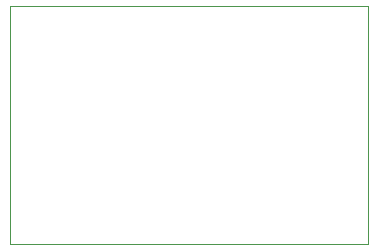
<source format=gbr>
%TF.GenerationSoftware,KiCad,Pcbnew,7.0.9*%
%TF.CreationDate,2024-08-09T11:55:52-06:00*%
%TF.ProjectId,SWAG_BAR_LED_ARM,53574147-5f42-4415-925f-4c45445f4152,rev?*%
%TF.SameCoordinates,Original*%
%TF.FileFunction,Profile,NP*%
%FSLAX46Y46*%
G04 Gerber Fmt 4.6, Leading zero omitted, Abs format (unit mm)*
G04 Created by KiCad (PCBNEW 7.0.9) date 2024-08-09 11:55:52*
%MOMM*%
%LPD*%
G01*
G04 APERTURE LIST*
%TA.AperFunction,Profile*%
%ADD10C,0.100000*%
%TD*%
G04 APERTURE END LIST*
D10*
X77089000Y-89154000D02*
X107442000Y-89154000D01*
X107442000Y-109347000D01*
X77089000Y-109347000D01*
X77089000Y-89154000D01*
M02*

</source>
